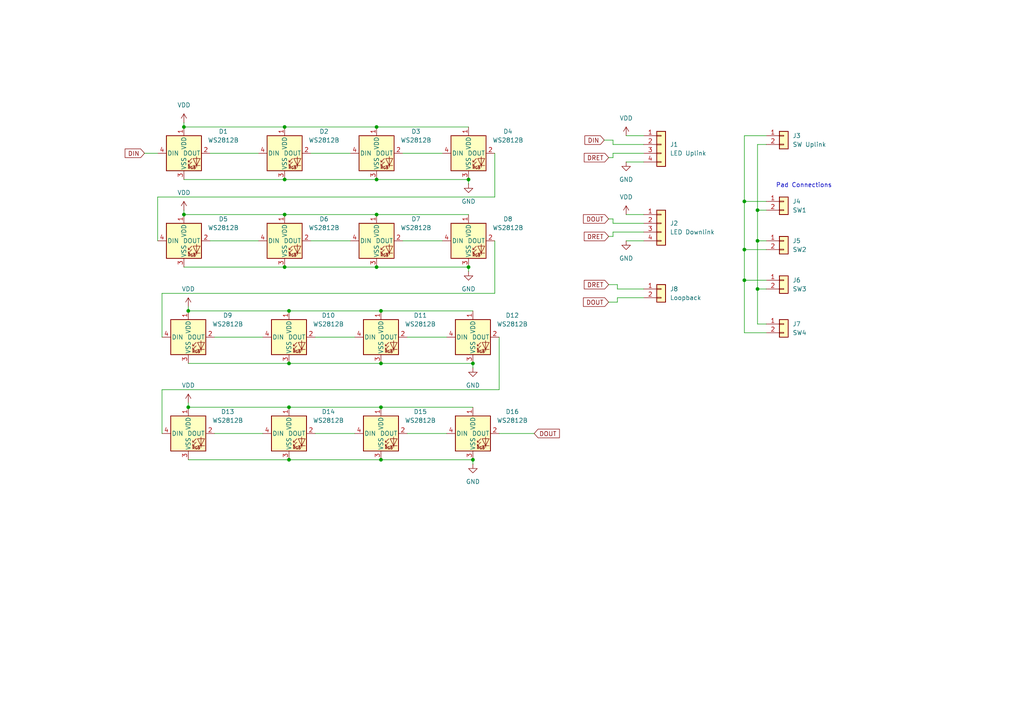
<source format=kicad_sch>
(kicad_sch (version 20231120) (generator "eeschema") (generator_version "8.0")
  (paper "A4")
  (title_block (title "DDR Pad Light") (date "2024-07-24") (rev "1.0") (company "Stephen Houser"))
  (lib_symbols
    (symbol "Connector_Generic:Conn_01x02" (pin_names (offset 1.016) hide)
      (property "Reference" "J" (at 0 2.54 0))
      (property "Value" "Conn_01x02" (at 0 -5.08 0))
      (symbol "Conn_01x02_1_1"
        (rectangle (start -1.27 -2.413) (end 0 -2.667) (stroke (width 0.1524)))
        (rectangle (start -1.27 0.127) (end 0 -0.127) (stroke (width 0.1524)))
        (rectangle (start -1.27 1.27) (end 1.27 -3.81) (stroke (width 0.254)) (fill (type background)))
        (pin passive line (at -5.08 0 0) (length 3.81) (name "Pin_1") (number "1"))
        (pin passive line (at -5.08 -2.54 0) (length 3.81) (name "Pin_2") (number "2"))
      )
    )
    (symbol "Connector_Generic:Conn_01x04" (pin_names (offset 1.016) hide)
      (property "Reference" "J" (at 0 5.08 0))
      (property "Value" "Conn_01x04" (at 0 -7.62 0))
      (symbol "Conn_01x04_1_1"
        (rectangle (start -1.27 -4.953) (end 0 -5.207) (stroke (width 0.1524)))
        (rectangle (start -1.27 -2.413) (end 0 -2.667) (stroke (width 0.1524)))
        (rectangle (start -1.27 0.127) (end 0 -0.127) (stroke (width 0.1524)))
        (rectangle (start -1.27 2.667) (end 0 2.413) (stroke (width 0.1524)))
        (rectangle (start -1.27 3.81) (end 1.27 -6.35) (stroke (width 0.254)) (fill (type background)))
        (pin passive line (at -5.08 2.54 0) (length 3.81) (name "Pin_1") (number "1"))
        (pin passive line (at -5.08 0 0) (length 3.81) (name "Pin_2") (number "2"))
        (pin passive line (at -5.08 -2.54 0) (length 3.81) (name "Pin_3") (number "3"))
        (pin passive line (at -5.08 -5.08 0) (length 3.81) (name "Pin_4") (number "4"))
      )
    )
    (symbol "LED:WS2812B" (pin_names (offset 0.254))
      (property "Reference" "D" (at 5.08 5.715 0))
      (property "Value" "WS2812B" (at 1.27 -5.715 0))
      (symbol "WS2812B_0_0"
        (text "RGB" (at 2.286 -4.191 0) (effects (font (size 0.762 0.762))))
      )
      (symbol "WS2812B_0_1"
        (polyline (pts (xy 1.27 -3.556) (xy 1.778 -3.556)))
        (polyline (pts (xy 1.27 -2.54) (xy 1.778 -2.54)))
        (polyline (pts (xy 4.699 -3.556) (xy 2.667 -3.556)))
        (polyline (pts (xy 2.286 -2.54) (xy 1.27 -3.556) (xy 1.27 -3.048)))
        (polyline (pts (xy 2.286 -1.524) (xy 1.27 -2.54) (xy 1.27 -2.032)))
        (polyline (pts (xy 3.683 -1.016) (xy 3.683 -3.556) (xy 3.683 -4.064)))
        (polyline (pts (xy 4.699 -1.524) (xy 2.667 -1.524) (xy 3.683 -3.556) (xy 4.699 -1.524)))
        (rectangle (start 5.08 5.08) (end -5.08 -5.08) (stroke (width 0.254)) (fill (type background)))
      )
      (symbol "WS2812B_1_1"
        (pin power_in line (at 0 7.62 270) (length 2.54) (name "VDD") (number "1"))
        (pin output line (at 7.62 0 180) (length 2.54) (name "DOUT") (number "2"))
        (pin power_in line (at 0 -7.62 90) (length 2.54) (name "VSS") (number "3"))
        (pin input line (at -7.62 0 0) (length 2.54) (name "DIN") (number "4"))
      )
    )
    (symbol "power:GND" (power) (pin_numbers hide) (pin_names (offset 0) hide)
      (property "Value" "GND" (at 0 -3.81 0))
      (symbol "GND_0_1"
        (polyline (pts (xy 0 0) (xy 0 -1.27) (xy 1.27 -1.27) (xy 0 -2.54) (xy -1.27 -1.27) (xy 0 -1.27)))
      )
      (symbol "GND_1_1"
        (pin power_in line (at 0 0 270) (length 0) (name "~") (number "1"))
      )
    )
    (symbol "power:VDD" (power) (pin_numbers hide) (pin_names (offset 0) hide)
      (property "Value" "VDD" (at 0 3.556 0))
      (symbol "VDD_0_1"
        (polyline (pts (xy -0.762 1.27) (xy 0 2.54)))
        (polyline (pts (xy 0 0) (xy 0 2.54)))
        (polyline (pts (xy 0 2.54) (xy 0.762 1.27)))
      )
      (symbol "VDD_1_1"
        (pin power_in line (at 0 0 90) (length 0) (name "~") (number "1"))
      )
    )
  )
  (junction (at 219.71 83.82))
  (junction (at 109.22 52.07))
  (junction (at 83.82 118.11))
  (junction (at 109.22 62.23))
  (junction (at 215.9 72.39))
  (junction (at 83.82 105.41))
  (junction (at 110.49 118.11))
  (junction (at 54.61 90.17))
  (junction (at 219.71 60.96))
  (junction (at 109.22 77.47))
  (junction (at 110.49 105.41))
  (junction (at 82.55 62.23))
  (junction (at 110.49 90.17))
  (junction (at 110.49 133.35))
  (junction (at 135.89 77.47))
  (junction (at 82.55 36.83))
  (junction (at 82.55 77.47))
  (junction (at 83.82 133.35))
  (junction (at 137.16 105.41))
  (junction (at 83.82 90.17))
  (junction (at 215.9 58.42))
  (junction (at 135.89 52.07))
  (junction (at 54.61 118.11))
  (junction (at 53.34 62.23))
  (junction (at 219.71 69.85))
  (junction (at 53.34 36.83))
  (junction (at 82.55 52.07))
  (junction (at 109.22 36.83))
  (junction (at 137.16 133.35))
  (junction (at 215.9 81.28))
  (wire (pts (xy 176.53 45.72) (xy 177.8 45.72)))
  (wire (pts (xy 53.34 62.23) (xy 82.55 62.23)))
  (wire (pts (xy 45.72 57.15) (xy 45.72 69.85)))
  (wire (pts (xy 60.96 44.45) (xy 74.93 44.45)))
  (wire (pts (xy 110.49 90.17) (xy 137.16 90.17)))
  (wire (pts (xy 219.71 69.85) (xy 219.71 83.82)))
  (wire (pts (xy 144.78 97.79) (xy 144.78 113.03)))
  (wire (pts (xy 222.25 41.91) (xy 219.71 41.91)))
  (wire (pts (xy 143.51 57.15) (xy 143.51 44.45)))
  (wire (pts (xy 54.61 118.11) (xy 83.82 118.11)))
  (wire (pts (xy 215.9 39.37) (xy 222.25 39.37)))
  (wire (pts (xy 82.55 52.07) (xy 109.22 52.07)))
  (wire (pts (xy 137.16 133.35) (xy 137.16 134.62)))
  (wire (pts (xy 177.8 44.45) (xy 186.69 44.45)))
  (wire (pts (xy 116.84 44.45) (xy 128.27 44.45)))
  (wire (pts (xy 135.89 77.47) (xy 135.89 78.74)))
  (wire (pts (xy 41.91 44.45) (xy 45.72 44.45)))
  (wire (pts (xy 82.55 62.23) (xy 109.22 62.23)))
  (wire (pts (xy 46.99 85.09) (xy 46.99 97.79)))
  (wire (pts (xy 110.49 133.35) (xy 137.16 133.35)))
  (wire (pts (xy 90.17 69.85) (xy 101.6 69.85)))
  (wire (pts (xy 175.26 40.64) (xy 177.8 40.64)))
  (wire (pts (xy 219.71 41.91) (xy 219.71 60.96)))
  (wire (pts (xy 215.9 72.39) (xy 215.9 81.28)))
  (wire (pts (xy 116.84 69.85) (xy 128.27 69.85)))
  (wire (pts (xy 53.34 35.56) (xy 53.34 36.83)))
  (wire (pts (xy 186.69 67.31) (xy 177.8 67.31)))
  (wire (pts (xy 219.71 69.85) (xy 222.25 69.85)))
  (wire (pts (xy 179.07 86.36) (xy 179.07 87.63)))
  (wire (pts (xy 53.34 36.83) (xy 82.55 36.83)))
  (wire (pts (xy 60.96 69.85) (xy 74.93 69.85)))
  (wire (pts (xy 181.61 39.37) (xy 186.69 39.37)))
  (wire (pts (xy 137.16 105.41) (xy 137.16 106.68)))
  (wire (pts (xy 177.8 67.31) (xy 177.8 68.58)))
  (wire (pts (xy 109.22 62.23) (xy 135.89 62.23)))
  (wire (pts (xy 179.07 87.63) (xy 176.53 87.63)))
  (wire (pts (xy 83.82 105.41) (xy 110.49 105.41)))
  (wire (pts (xy 135.89 52.07) (xy 135.89 53.34)))
  (wire (pts (xy 181.61 69.85) (xy 186.69 69.85)))
  (wire (pts (xy 83.82 90.17) (xy 110.49 90.17)))
  (wire (pts (xy 45.72 57.15) (xy 143.51 57.15)))
  (wire (pts (xy 54.61 105.41) (xy 83.82 105.41)))
  (wire (pts (xy 82.55 36.83) (xy 109.22 36.83)))
  (wire (pts (xy 179.07 82.55) (xy 179.07 83.82)))
  (wire (pts (xy 176.53 63.5) (xy 177.8 63.5)))
  (wire (pts (xy 177.8 45.72) (xy 177.8 44.45)))
  (wire (pts (xy 83.82 118.11) (xy 110.49 118.11)))
  (wire (pts (xy 177.8 63.5) (xy 177.8 64.77)))
  (wire (pts (xy 215.9 39.37) (xy 215.9 58.42)))
  (wire (pts (xy 53.34 52.07) (xy 82.55 52.07)))
  (wire (pts (xy 215.9 58.42) (xy 215.9 72.39)))
  (wire (pts (xy 144.78 125.73) (xy 154.94 125.73)))
  (wire (pts (xy 215.9 72.39) (xy 222.25 72.39)))
  (wire (pts (xy 215.9 58.42) (xy 222.25 58.42)))
  (wire (pts (xy 144.78 113.03) (xy 46.99 113.03)))
  (wire (pts (xy 215.9 81.28) (xy 215.9 96.52)))
  (wire (pts (xy 54.61 88.9) (xy 54.61 90.17)))
  (wire (pts (xy 181.61 46.99) (xy 186.69 46.99)))
  (wire (pts (xy 179.07 83.82) (xy 186.69 83.82)))
  (wire (pts (xy 54.61 116.84) (xy 54.61 118.11)))
  (wire (pts (xy 110.49 105.41) (xy 137.16 105.41)))
  (wire (pts (xy 90.17 44.45) (xy 101.6 44.45)))
  (wire (pts (xy 109.22 77.47) (xy 135.89 77.47)))
  (wire (pts (xy 219.71 60.96) (xy 219.71 69.85)))
  (wire (pts (xy 143.51 69.85) (xy 143.51 85.09)))
  (wire (pts (xy 91.44 125.73) (xy 102.87 125.73)))
  (wire (pts (xy 46.99 113.03) (xy 46.99 125.73)))
  (wire (pts (xy 177.8 68.58) (xy 176.53 68.58)))
  (wire (pts (xy 219.71 83.82) (xy 219.71 93.98)))
  (wire (pts (xy 181.61 62.23) (xy 186.69 62.23)))
  (wire (pts (xy 109.22 36.83) (xy 135.89 36.83)))
  (wire (pts (xy 53.34 60.96) (xy 53.34 62.23)))
  (wire (pts (xy 109.22 52.07) (xy 135.89 52.07)))
  (wire (pts (xy 179.07 86.36) (xy 186.69 86.36)))
  (wire (pts (xy 219.71 60.96) (xy 222.25 60.96)))
  (wire (pts (xy 91.44 97.79) (xy 102.87 97.79)))
  (wire (pts (xy 215.9 96.52) (xy 222.25 96.52)))
  (wire (pts (xy 62.23 125.73) (xy 76.2 125.73)))
  (wire (pts (xy 53.34 77.47) (xy 82.55 77.47)))
  (wire (pts (xy 83.82 133.35) (xy 110.49 133.35)))
  (wire (pts (xy 54.61 133.35) (xy 83.82 133.35)))
  (wire (pts (xy 219.71 83.82) (xy 222.25 83.82)))
  (wire (pts (xy 46.99 85.09) (xy 143.51 85.09)))
  (wire (pts (xy 219.71 93.98) (xy 222.25 93.98)))
  (wire (pts (xy 215.9 81.28) (xy 222.25 81.28)))
  (wire (pts (xy 62.23 97.79) (xy 76.2 97.79)))
  (wire (pts (xy 54.61 90.17) (xy 83.82 90.17)))
  (wire (pts (xy 110.49 118.11) (xy 137.16 118.11)))
  (wire (pts (xy 118.11 125.73) (xy 129.54 125.73)))
  (wire (pts (xy 177.8 40.64) (xy 177.8 41.91)))
  (wire (pts (xy 177.8 41.91) (xy 186.69 41.91)))
  (wire (pts (xy 177.8 64.77) (xy 186.69 64.77)))
  (wire (pts (xy 82.55 77.47) (xy 109.22 77.47)))
  (wire (pts (xy 118.11 97.79) (xy 129.54 97.79)))
  (wire (pts (xy 176.53 82.55) (xy 179.07 82.55)))
  (text "Pad Connections" (at 233.172 53.848 0) (effects (font (size 1.27 1.27))))
  (global_label "DOUT" (shape input) (at 176.53 87.63 180) (property "Intersheetrefs" "${INTERSHEET_REFS}" (effects (hide yes))))
  (global_label "DRET" (shape input) (at 176.53 45.72 180) (property "Intersheetrefs" "${INTERSHEET_REFS}" (effects (hide yes))))
  (global_label "DOUT" (shape input) (at 154.94 125.73 0) (property "Intersheetrefs" "${INTERSHEET_REFS}" (effects (hide yes))))
  (global_label "DIN" (shape input) (at 41.91 44.45 180) (property "Intersheetrefs" "${INTERSHEET_REFS}" (effects (hide yes))))
  (global_label "DRET" (shape input) (at 176.53 82.55 180) (property "Intersheetrefs" "${INTERSHEET_REFS}" (effects (hide yes))))
  (global_label "DRET" (shape input) (at 176.53 68.58 180) (property "Intersheetrefs" "${INTERSHEET_REFS}" (effects (hide yes))))
  (global_label "DOUT" (shape input) (at 176.53 63.5 180) (property "Intersheetrefs" "${INTERSHEET_REFS}" (effects (hide yes))))
  (global_label "DIN" (shape input) (at 175.26 40.64 180) (property "Intersheetrefs" "${INTERSHEET_REFS}" (effects (hide yes))))
  (symbol (lib_id "power:GND") (at 181.61 69.85 0) (unit 1)
    (property "Reference" "#PWR012" (effects (hide yes)))
    (property "Value" "GND" (at 181.61 74.93 0))
    (property "Description" "Power symbol creates a global label with name \"GND\" , ground" (effects (hide yes)))
  )
  (symbol (lib_id "LED:WS2812B") (at 53.34 44.45 0) (unit 1)
    (property "Reference" "D1" (at 64.77 38.1314 0))
    (property "Value" "WS2812B" (at 64.77 40.6714 0))
    (property "Footprint" "LED_SMD:LED_WS2812B_PLCC4_5.0x5.0mm_P3.2mm" (effects (hide yes)))
    (property "Datasheet" "https://cdn-shop.adafruit.com/datasheets/WS2812B.pdf" (effects (hide yes)))
    (property "Description" "RGB LED with integrated controller" (effects (hide yes)))
    (property "LCSC" " C2846931" (effects (hide yes)))
  )
  (symbol (lib_id "LED:WS2812B") (at 109.22 44.45 0) (unit 1)
    (property "Reference" "D3" (at 120.65 38.1314 0))
    (property "Value" "WS2812B" (at 120.65 40.6714 0))
    (property "Footprint" "LED_SMD:LED_WS2812B_PLCC4_5.0x5.0mm_P3.2mm" (effects (hide yes)))
    (property "Datasheet" "https://cdn-shop.adafruit.com/datasheets/WS2812B.pdf" (effects (hide yes)))
    (property "Description" "RGB LED with integrated controller" (effects (hide yes)))
    (property "LCSC" " C2846931" (effects (hide yes)))
  )
  (symbol (lib_id "LED:WS2812B") (at 135.89 44.45 0) (unit 1)
    (property "Reference" "D4" (at 147.32 38.1314 0))
    (property "Value" "WS2812B" (at 147.32 40.6714 0))
    (property "Footprint" "LED_SMD:LED_WS2812B_PLCC4_5.0x5.0mm_P3.2mm" (effects (hide yes)))
    (property "Datasheet" "https://cdn-shop.adafruit.com/datasheets/WS2812B.pdf" (effects (hide yes)))
    (property "Description" "RGB LED with integrated controller" (effects (hide yes)))
    (property "LCSC" " C2846931" (effects (hide yes)))
  )
  (symbol (lib_id "LED:WS2812B") (at 110.49 97.79 0) (unit 1)
    (property "Reference" "D11" (at 121.92 91.4714 0))
    (property "Value" "WS2812B" (at 121.92 94.0114 0))
    (property "Footprint" "LED_SMD:LED_WS2812B_PLCC4_5.0x5.0mm_P3.2mm" (effects (hide yes)))
    (property "Datasheet" "https://cdn-shop.adafruit.com/datasheets/WS2812B.pdf" (effects (hide yes)))
    (property "Description" "RGB LED with integrated controller" (effects (hide yes)))
    (property "LCSC" " C2846931" (effects (hide yes)))
  )
  (symbol (lib_id "power:GND") (at 137.16 106.68 0) (unit 1)
    (property "Reference" "#PWR07" (effects (hide yes)))
    (property "Value" "GND" (at 137.16 111.76 0))
    (property "Description" "Power symbol creates a global label with name \"GND\" , ground" (effects (hide yes)))
  )
  (symbol (lib_id "LED:WS2812B") (at 137.16 125.73 0) (unit 1)
    (property "Reference" "D16" (at 148.59 119.4114 0))
    (property "Value" "WS2812B" (at 148.59 121.9514 0))
    (property "Footprint" "LED_SMD:LED_WS2812B_PLCC4_5.0x5.0mm_P3.2mm" (effects (hide yes)))
    (property "Datasheet" "https://cdn-shop.adafruit.com/datasheets/WS2812B.pdf" (effects (hide yes)))
    (property "Description" "RGB LED with integrated controller" (effects (hide yes)))
    (property "LCSC" " C2846931" (effects (hide yes)))
  )
  (symbol (lib_id "Connector_Generic:Conn_01x02") (at 227.33 39.37 0) (unit 1)
    (property "Reference" "J3" (at 229.87 39.3699 0) (effects (justify left)))
    (property "Value" "SW Uplink" (at 229.87 41.9099 0) (effects (justify left)))
    (property "Footprint" "Connector_JST:JST_XH_S2B-XH-A-1_1x02_P2.50mm_Horizontal" (effects (hide yes)))
    (property "Datasheet" "https://www.digikey.com/en/products/detail/jst-sales-america-inc/S2B-XH-A-1/9961922" (effects (hide yes)))
    (property "Description" "Generic connector, single row, 01x02, script generated (kicad-library-utils/schlib/autogen/connector/)" (effects (hide yes)))
  )
  (symbol (lib_id "LED:WS2812B") (at 82.55 69.85 0) (unit 1)
    (property "Reference" "D6" (at 93.98 63.5314 0))
    (property "Value" "WS2812B" (at 93.98 66.0714 0))
    (property "Footprint" "LED_SMD:LED_WS2812B_PLCC4_5.0x5.0mm_P3.2mm" (effects (hide yes)))
    (property "Datasheet" "https://cdn-shop.adafruit.com/datasheets/WS2812B.pdf" (effects (hide yes)))
    (property "Description" "RGB LED with integrated controller" (effects (hide yes)))
    (property "LCSC" " C2846931" (effects (hide yes)))
  )
  (symbol (lib_id "power:GND") (at 181.61 46.99 0) (unit 1)
    (property "Reference" "#PWR010" (effects (hide yes)))
    (property "Value" "GND" (at 181.61 52.07 0))
    (property "Description" "Power symbol creates a global label with name \"GND\" , ground" (effects (hide yes)))
  )
  (symbol (lib_id "power:VDD") (at 54.61 116.84 0) (unit 1)
    (property "Reference" "#PWR04" (effects (hide yes)))
    (property "Value" "VDD" (at 54.61 111.76 0))
    (property "Description" "Power symbol creates a global label with name \"VDD\"" (effects (hide yes)))
  )
  (symbol (lib_id "LED:WS2812B") (at 83.82 97.79 0) (unit 1)
    (property "Reference" "D10" (at 95.25 91.4714 0))
    (property "Value" "WS2812B" (at 95.25 94.0114 0))
    (property "Footprint" "LED_SMD:LED_WS2812B_PLCC4_5.0x5.0mm_P3.2mm" (effects (hide yes)))
    (property "Datasheet" "https://cdn-shop.adafruit.com/datasheets/WS2812B.pdf" (effects (hide yes)))
    (property "Description" "RGB LED with integrated controller" (effects (hide yes)))
    (property "LCSC" " C2846931" (effects (hide yes)))
  )
  (symbol (lib_id "power:GND") (at 135.89 78.74 0) (unit 1)
    (property "Reference" "#PWR06" (effects (hide yes)))
    (property "Value" "GND" (at 135.89 83.82 0))
    (property "Description" "Power symbol creates a global label with name \"GND\" , ground" (effects (hide yes)))
  )
  (symbol (lib_id "LED:WS2812B") (at 54.61 125.73 0) (unit 1)
    (property "Reference" "D13" (at 66.04 119.4114 0))
    (property "Value" "WS2812B" (at 66.04 121.9514 0))
    (property "Footprint" "LED_SMD:LED_WS2812B_PLCC4_5.0x5.0mm_P3.2mm" (effects (hide yes)))
    (property "Datasheet" "https://cdn-shop.adafruit.com/datasheets/WS2812B.pdf" (effects (hide yes)))
    (property "Description" "RGB LED with integrated controller" (effects (hide yes)))
    (property "LCSC" " C2846931" (effects (hide yes)))
  )
  (symbol (lib_id "LED:WS2812B") (at 83.82 125.73 0) (unit 1)
    (property "Reference" "D14" (at 95.25 119.4114 0))
    (property "Value" "WS2812B" (at 95.25 121.9514 0))
    (property "Footprint" "LED_SMD:LED_WS2812B_PLCC4_5.0x5.0mm_P3.2mm" (effects (hide yes)))
    (property "Datasheet" "https://cdn-shop.adafruit.com/datasheets/WS2812B.pdf" (effects (hide yes)))
    (property "Description" "RGB LED with integrated controller" (effects (hide yes)))
    (property "LCSC" " C2846931" (effects (hide yes)))
  )
  (symbol (lib_id "Connector_Generic:Conn_01x02") (at 227.33 81.28 0) (unit 1)
    (property "Reference" "J6" (at 229.87 81.2799 0) (effects (justify left)))
    (property "Value" "SW3" (at 229.87 83.8199 0) (effects (justify left)))
    (property "Footprint" "Connector_JST:JST_XH_S2B-XH-A-1_1x02_P2.50mm_Horizontal" (effects (hide yes)))
    (property "Datasheet" "https://www.digikey.com/en/products/detail/jst-sales-america-inc/S2B-XH-A-1/9961922" (effects (hide yes)))
    (property "Description" "Generic connector, single row, 01x02, script generated (kicad-library-utils/schlib/autogen/connector/)" (effects (hide yes)))
  )
  (symbol (lib_id "Connector_Generic:Conn_01x02") (at 191.77 83.82 0) (unit 1)
    (property "Reference" "J8" (at 194.31 83.8199 0) (effects (justify left)))
    (property "Value" "Loopback" (at 194.31 86.3599 0) (effects (justify left)))
    (property "Footprint" "Connector_PinHeader_2.54mm:PinHeader_1x02_P2.54mm_Vertical" (effects (hide yes)))
    (property "Description" "Generic connector, single row, 01x02, script generated (kicad-library-utils/schlib/autogen/connector/)" (effects (hide yes)))
  )
  (symbol (lib_id "power:GND") (at 137.16 134.62 0) (unit 1)
    (property "Reference" "#PWR08" (effects (hide yes)))
    (property "Value" "GND" (at 137.16 139.7 0))
    (property "Description" "Power symbol creates a global label with name \"GND\" , ground" (effects (hide yes)))
  )
  (symbol (lib_id "LED:WS2812B") (at 53.34 69.85 0) (unit 1)
    (property "Reference" "D5" (at 64.77 63.5314 0))
    (property "Value" "WS2812B" (at 64.77 66.0714 0))
    (property "Footprint" "LED_SMD:LED_WS2812B_PLCC4_5.0x5.0mm_P3.2mm" (effects (hide yes)))
    (property "Datasheet" "https://cdn-shop.adafruit.com/datasheets/WS2812B.pdf" (effects (hide yes)))
    (property "Description" "RGB LED with integrated controller" (effects (hide yes)))
    (property "LCSC" " C2846931" (effects (hide yes)))
  )
  (symbol (lib_id "Connector_Generic:Conn_01x04") (at 191.77 64.77 0) (unit 1)
    (property "Reference" "J2" (at 194.31 64.7699 0) (effects (justify left)))
    (property "Value" "LED Downlink" (at 194.31 67.3099 0) (effects (justify left)))
    (property "Footprint" "Connector_JST:JST_XH_S4B-XH-A_1x04_P2.50mm_Horizontal" (effects (hide yes)))
    (property "Datasheet" "https://www.digikey.com/en/products/detail/jst-sales-america-inc/S4B-XH-A-1/9961923" (effects (hide yes)))
    (property "Description" "Generic connector, single row, 01x04, script generated (kicad-library-utils/schlib/autogen/connector/)" (effects (hide yes)))
  )
  (symbol (lib_id "power:VDD") (at 54.61 88.9 0) (unit 1)
    (property "Reference" "#PWR03" (effects (hide yes)))
    (property "Value" "VDD" (at 54.61 83.82 0))
    (property "Description" "Power symbol creates a global label with name \"VDD\"" (effects (hide yes)))
  )
  (symbol (lib_id "Connector_Generic:Conn_01x02") (at 227.33 93.98 0) (unit 1)
    (property "Reference" "J7" (at 229.87 93.9799 0) (effects (justify left)))
    (property "Value" "SW4" (at 229.87 96.5199 0) (effects (justify left)))
    (property "Footprint" "Connector_JST:JST_XH_S2B-XH-A-1_1x02_P2.50mm_Horizontal" (effects (hide yes)))
    (property "Datasheet" "https://www.digikey.com/en/products/detail/jst-sales-america-inc/S2B-XH-A-1/9961922" (effects (hide yes)))
    (property "Description" "Generic connector, single row, 01x02, script generated (kicad-library-utils/schlib/autogen/connector/)" (effects (hide yes)))
  )
  (symbol (lib_id "Connector_Generic:Conn_01x04") (at 191.77 41.91 0) (unit 1)
    (property "Reference" "J1" (at 194.31 41.9099 0) (effects (justify left)))
    (property "Value" "LED Uplink" (at 194.31 44.4499 0) (effects (justify left)))
    (property "Footprint" "Connector_JST:JST_XH_S4B-XH-A_1x04_P2.50mm_Horizontal" (effects (hide yes)))
    (property "Datasheet" "https://www.digikey.com/en/products/detail/jst-sales-america-inc/S4B-XH-A-1/9961923" (effects (hide yes)))
    (property "Description" "Generic connector, single row, 01x04, script generated (kicad-library-utils/schlib/autogen/connector/)" (effects (hide yes)))
  )
  (symbol (lib_id "power:VDD") (at 53.34 35.56 0) (unit 1)
    (property "Reference" "#PWR01" (effects (hide yes)))
    (property "Value" "VDD" (at 53.34 30.48 0))
    (property "Description" "Power symbol creates a global label with name \"VDD\"" (effects (hide yes)))
  )
  (symbol (lib_id "LED:WS2812B") (at 135.89 69.85 0) (unit 1)
    (property "Reference" "D8" (at 147.32 63.5314 0))
    (property "Value" "WS2812B" (at 147.32 66.0714 0))
    (property "Footprint" "LED_SMD:LED_WS2812B_PLCC4_5.0x5.0mm_P3.2mm" (effects (hide yes)))
    (property "Datasheet" "https://cdn-shop.adafruit.com/datasheets/WS2812B.pdf" (effects (hide yes)))
    (property "Description" "RGB LED with integrated controller" (effects (hide yes)))
    (property "LCSC" " C2846931" (effects (hide yes)))
  )
  (symbol (lib_id "LED:WS2812B") (at 137.16 97.79 0) (unit 1)
    (property "Reference" "D12" (at 148.59 91.4714 0))
    (property "Value" "WS2812B" (at 148.59 94.0114 0))
    (property "Footprint" "LED_SMD:LED_WS2812B_PLCC4_5.0x5.0mm_P3.2mm" (effects (hide yes)))
    (property "Datasheet" "https://cdn-shop.adafruit.com/datasheets/WS2812B.pdf" (effects (hide yes)))
    (property "Description" "RGB LED with integrated controller" (effects (hide yes)))
    (property "LCSC" " C2846931" (effects (hide yes)))
  )
  (symbol (lib_id "LED:WS2812B") (at 82.55 44.45 0) (unit 1)
    (property "Reference" "D2" (at 93.98 38.1314 0))
    (property "Value" "WS2812B" (at 93.98 40.6714 0))
    (property "Footprint" "LED_SMD:LED_WS2812B_PLCC4_5.0x5.0mm_P3.2mm" (effects (hide yes)))
    (property "Datasheet" "https://cdn-shop.adafruit.com/datasheets/WS2812B.pdf" (effects (hide yes)))
    (property "Description" "RGB LED with integrated controller" (effects (hide yes)))
    (property "LCSC" " C2846931" (effects (hide yes)))
  )
  (symbol (lib_id "LED:WS2812B") (at 110.49 125.73 0) (unit 1)
    (property "Reference" "D15" (at 121.92 119.4114 0))
    (property "Value" "WS2812B" (at 121.92 121.9514 0))
    (property "Footprint" "LED_SMD:LED_WS2812B_PLCC4_5.0x5.0mm_P3.2mm" (effects (hide yes)))
    (property "Datasheet" "https://cdn-shop.adafruit.com/datasheets/WS2812B.pdf" (effects (hide yes)))
    (property "Description" "RGB LED with integrated controller" (effects (hide yes)))
    (property "LCSC" " C2846931" (effects (hide yes)))
  )
  (symbol (lib_id "LED:WS2812B") (at 54.61 97.79 0) (unit 1)
    (property "Reference" "D9" (at 66.04 91.4714 0))
    (property "Value" "WS2812B" (at 66.04 94.0114 0))
    (property "Footprint" "LED_SMD:LED_WS2812B_PLCC4_5.0x5.0mm_P3.2mm" (effects (hide yes)))
    (property "Datasheet" "https://cdn-shop.adafruit.com/datasheets/WS2812B.pdf" (effects (hide yes)))
    (property "Description" "RGB LED with integrated controller" (effects (hide yes)))
    (property "LCSC" " C2846931" (effects (hide yes)))
  )
  (symbol (lib_id "power:GND") (at 135.89 53.34 0) (unit 1)
    (property "Reference" "#PWR05" (effects (hide yes)))
    (property "Value" "GND" (at 135.89 58.42 0))
    (property "Description" "Power symbol creates a global label with name \"GND\" , ground" (effects (hide yes)))
  )
  (symbol (lib_id "power:VDD") (at 181.61 39.37 0) (unit 1)
    (property "Reference" "#PWR09" (effects (hide yes)))
    (property "Value" "VDD" (at 181.61 34.29 0))
    (property "Description" "Power symbol creates a global label with name \"VDD\"" (effects (hide yes)))
  )
  (symbol (lib_id "Connector_Generic:Conn_01x02") (at 227.33 69.85 0) (unit 1)
    (property "Reference" "J5" (at 229.87 69.8499 0) (effects (justify left)))
    (property "Value" "SW2" (at 229.87 72.3899 0) (effects (justify left)))
    (property "Footprint" "Connector_JST:JST_XH_S2B-XH-A-1_1x02_P2.50mm_Horizontal" (effects (hide yes)))
    (property "Datasheet" "https://www.digikey.com/en/products/detail/jst-sales-america-inc/S2B-XH-A-1/9961922" (effects (hide yes)))
    (property "Description" "Generic connector, single row, 01x02, script generated (kicad-library-utils/schlib/autogen/connector/)" (effects (hide yes)))
  )
  (symbol (lib_id "LED:WS2812B") (at 109.22 69.85 0) (unit 1)
    (property "Reference" "D7" (at 120.65 63.5314 0))
    (property "Value" "WS2812B" (at 120.65 66.0714 0))
    (property "Footprint" "LED_SMD:LED_WS2812B_PLCC4_5.0x5.0mm_P3.2mm" (effects (hide yes)))
    (property "Datasheet" "https://cdn-shop.adafruit.com/datasheets/WS2812B.pdf" (effects (hide yes)))
    (property "Description" "RGB LED with integrated controller" (effects (hide yes)))
    (property "LCSC" " C2846931" (effects (hide yes)))
  )
  (symbol (lib_id "power:VDD") (at 181.61 62.23 0) (unit 1)
    (property "Reference" "#PWR011" (effects (hide yes)))
    (property "Value" "VDD" (at 181.61 57.15 0))
    (property "Description" "Power symbol creates a global label with name \"VDD\"" (effects (hide yes)))
  )
  (symbol (lib_id "Connector_Generic:Conn_01x02") (at 227.33 58.42 0) (unit 1)
    (property "Reference" "J4" (at 229.87 58.4199 0) (effects (justify left)))
    (property "Value" "SW1" (at 229.87 60.9599 0) (effects (justify left)))
    (property "Footprint" "Connector_JST:JST_XH_S2B-XH-A-1_1x02_P2.50mm_Horizontal" (effects (hide yes)))
    (property "Datasheet" "https://www.digikey.com/en/products/detail/jst-sales-america-inc/S2B-XH-A-1/9961922" (effects (hide yes)))
    (property "Description" "Generic connector, single row, 01x02, script generated (kicad-library-utils/schlib/autogen/connector/)" (effects (hide yes)))
  )
  (symbol (lib_id "power:VDD") (at 53.34 60.96 0) (unit 1)
    (property "Reference" "#PWR02" (effects (hide yes)))
    (property "Value" "VDD" (at 53.34 55.88 0))
    (property "Description" "Power symbol creates a global label with name \"VDD\"" (effects (hide yes)))
  )
)
</source>
